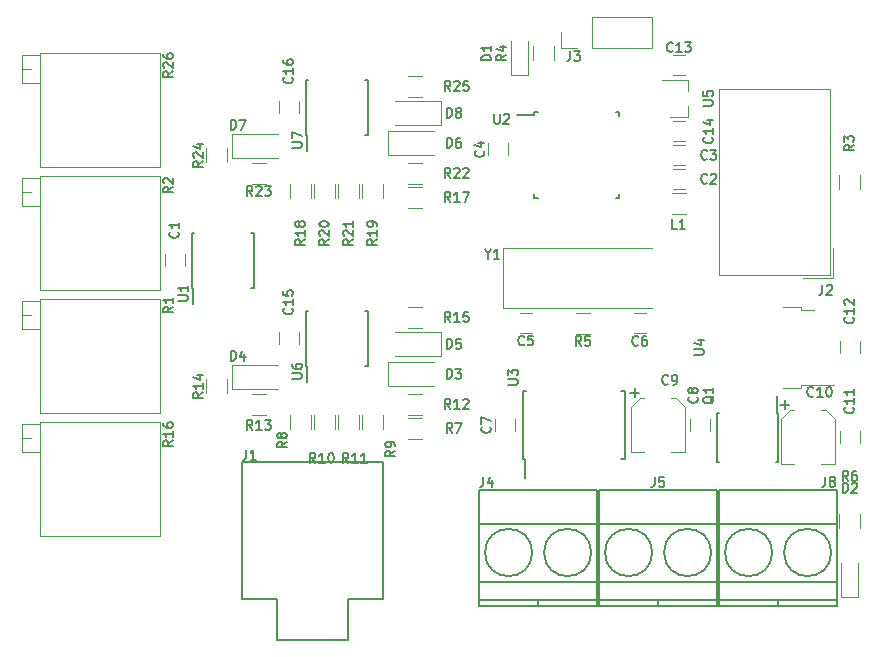
<source format=gto>
G04 #@! TF.FileFunction,Legend,Top*
%FSLAX46Y46*%
G04 Gerber Fmt 4.6, Leading zero omitted, Abs format (unit mm)*
G04 Created by KiCad (PCBNEW 4.0.7-e2-6376~61~ubuntu18.04.1) date Sun Nov  3 15:20:16 2019*
%MOMM*%
%LPD*%
G01*
G04 APERTURE LIST*
%ADD10C,0.100000*%
%ADD11C,0.150000*%
%ADD12C,0.120000*%
%ADD13C,0.152400*%
%ADD14C,0.142240*%
G04 APERTURE END LIST*
D10*
D11*
X17114000Y-49770000D02*
X20114000Y-49770000D01*
X26114000Y-53270000D02*
X26114000Y-49770000D01*
X20114000Y-53270000D02*
X20114000Y-49770000D01*
X20114000Y-53270000D02*
X26114000Y-53270000D01*
X29114000Y-49770000D02*
X29114000Y-38170000D01*
X17114000Y-38170000D02*
X29114000Y-38170000D01*
X17114000Y-49770000D02*
X17114000Y-38170000D01*
X26114000Y-49770000D02*
X29114000Y-49770000D01*
D12*
X5000Y-34799000D02*
X10155000Y-34799000D01*
X5000Y-44449000D02*
X10155000Y-44449000D01*
X5000Y-34799000D02*
X5000Y-44449000D01*
X10155000Y-34799000D02*
X10155000Y-44449000D01*
X-1515000Y-34975000D02*
X4000Y-34975000D01*
X-1515000Y-37284000D02*
X4000Y-37284000D01*
X-1515000Y-34975000D02*
X-1515000Y-37284000D01*
X4000Y-34975000D02*
X4000Y-37284000D01*
X-1515000Y-36129000D02*
X-755000Y-36129000D01*
X5000Y-24385000D02*
X10155000Y-24385000D01*
X5000Y-34035000D02*
X10155000Y-34035000D01*
X5000Y-24385000D02*
X5000Y-34035000D01*
X10155000Y-24385000D02*
X10155000Y-34035000D01*
X-1515000Y-24561000D02*
X4000Y-24561000D01*
X-1515000Y-26870000D02*
X4000Y-26870000D01*
X-1515000Y-24561000D02*
X-1515000Y-26870000D01*
X4000Y-24561000D02*
X4000Y-26870000D01*
X-1515000Y-25715000D02*
X-755000Y-25715000D01*
X5000Y-13971000D02*
X10155000Y-13971000D01*
X5000Y-23621000D02*
X10155000Y-23621000D01*
X5000Y-13971000D02*
X5000Y-23621000D01*
X10155000Y-13971000D02*
X10155000Y-23621000D01*
X-1515000Y-14147000D02*
X4000Y-14147000D01*
X-1515000Y-16456000D02*
X4000Y-16456000D01*
X-1515000Y-14147000D02*
X-1515000Y-16456000D01*
X4000Y-14147000D02*
X4000Y-16456000D01*
X-1515000Y-15301000D02*
X-755000Y-15301000D01*
X5000Y-3557000D02*
X10155000Y-3557000D01*
X5000Y-13207000D02*
X10155000Y-13207000D01*
X5000Y-3557000D02*
X5000Y-13207000D01*
X10155000Y-3557000D02*
X10155000Y-13207000D01*
X-1515000Y-3733000D02*
X4000Y-3733000D01*
X-1515000Y-6042000D02*
X4000Y-6042000D01*
X-1515000Y-3733000D02*
X-1515000Y-6042000D01*
X4000Y-3733000D02*
X4000Y-6042000D01*
X-1515000Y-4887000D02*
X-755000Y-4887000D01*
D11*
X42204000Y-49820000D02*
X42204000Y-50320000D01*
X37204000Y-48320000D02*
X47204000Y-48320000D01*
X37204000Y-43420000D02*
X47204000Y-43420000D01*
X37204000Y-49820000D02*
X47204000Y-49820000D01*
X37204000Y-50320000D02*
X47204000Y-50320000D01*
X47204000Y-50320000D02*
X47204000Y-40520000D01*
X47204000Y-40520000D02*
X37204000Y-40520000D01*
X37204000Y-40520000D02*
X37204000Y-50320000D01*
X46704000Y-45820000D02*
G75*
G03X46704000Y-45820000I-2000000J0D01*
G01*
X41704000Y-45820000D02*
G75*
G03X41704000Y-45820000I-2000000J0D01*
G01*
X52364000Y-49820000D02*
X52364000Y-50320000D01*
X47364000Y-48320000D02*
X57364000Y-48320000D01*
X47364000Y-43420000D02*
X57364000Y-43420000D01*
X47364000Y-49820000D02*
X57364000Y-49820000D01*
X47364000Y-50320000D02*
X57364000Y-50320000D01*
X57364000Y-50320000D02*
X57364000Y-40520000D01*
X57364000Y-40520000D02*
X47364000Y-40520000D01*
X47364000Y-40520000D02*
X47364000Y-50320000D01*
X56864000Y-45820000D02*
G75*
G03X56864000Y-45820000I-2000000J0D01*
G01*
X51864000Y-45820000D02*
G75*
G03X51864000Y-45820000I-2000000J0D01*
G01*
X62524000Y-49820000D02*
X62524000Y-50320000D01*
X57524000Y-48320000D02*
X67524000Y-48320000D01*
X57524000Y-43420000D02*
X67524000Y-43420000D01*
X57524000Y-49820000D02*
X67524000Y-49820000D01*
X57524000Y-50320000D02*
X67524000Y-50320000D01*
X67524000Y-50320000D02*
X67524000Y-40520000D01*
X67524000Y-40520000D02*
X57524000Y-40520000D01*
X57524000Y-40520000D02*
X57524000Y-50320000D01*
X67024000Y-45820000D02*
G75*
G03X67024000Y-45820000I-2000000J0D01*
G01*
X62024000Y-45820000D02*
G75*
G03X62024000Y-45820000I-2000000J0D01*
G01*
D12*
X57555000Y-22368000D02*
X57555000Y-6588000D01*
X57555000Y-6588000D02*
X66905000Y-6588000D01*
X66905000Y-6588000D02*
X66905000Y-22368000D01*
X66905000Y-22368000D02*
X57555000Y-22368000D01*
X67155000Y-22618000D02*
X67155000Y-20078000D01*
X67155000Y-22618000D02*
X64615000Y-22618000D01*
D11*
X40887000Y-37927000D02*
X41112000Y-37927000D01*
X40887000Y-32177000D02*
X41187000Y-32177000D01*
X49537000Y-32177000D02*
X49237000Y-32177000D01*
X49537000Y-37927000D02*
X49237000Y-37927000D01*
X40887000Y-37927000D02*
X40887000Y-32177000D01*
X49537000Y-37927000D02*
X49537000Y-32177000D01*
X41112000Y-37927000D02*
X41112000Y-39527000D01*
D12*
X62946000Y-31898000D02*
X64446000Y-31898000D01*
X64446000Y-31898000D02*
X64446000Y-31628000D01*
X64446000Y-31628000D02*
X67276000Y-31628000D01*
X62946000Y-24998000D02*
X64446000Y-24998000D01*
X64446000Y-24998000D02*
X64446000Y-25268000D01*
X64446000Y-25268000D02*
X65546000Y-25268000D01*
X16292000Y-10430000D02*
X16292000Y-12430000D01*
X16292000Y-12430000D02*
X20192000Y-12430000D01*
X16292000Y-10430000D02*
X20192000Y-10430000D01*
X19142000Y-14596000D02*
X17942000Y-14596000D01*
X17942000Y-12836000D02*
X19142000Y-12836000D01*
D11*
X41841000Y-8567000D02*
X41841000Y-8792000D01*
X49091000Y-8567000D02*
X49091000Y-8892000D01*
X49091000Y-15817000D02*
X49091000Y-15492000D01*
X41841000Y-15817000D02*
X41841000Y-15492000D01*
X41841000Y-8567000D02*
X42166000Y-8567000D01*
X41841000Y-15817000D02*
X42166000Y-15817000D01*
X49091000Y-15817000D02*
X48766000Y-15817000D01*
X49091000Y-8567000D02*
X48766000Y-8567000D01*
X41841000Y-8792000D02*
X40416000Y-8792000D01*
D12*
X54862000Y-8946000D02*
X54862000Y-8016000D01*
X54862000Y-5786000D02*
X54862000Y-6716000D01*
X54862000Y-5786000D02*
X52702000Y-5786000D01*
X54862000Y-8946000D02*
X53402000Y-8946000D01*
X54602000Y-13374000D02*
X53602000Y-13374000D01*
X53602000Y-15074000D02*
X54602000Y-15074000D01*
X54602000Y-11342000D02*
X53602000Y-11342000D01*
X53602000Y-13042000D02*
X54602000Y-13042000D01*
X37946000Y-11184000D02*
X37946000Y-12184000D01*
X39646000Y-12184000D02*
X39646000Y-11184000D01*
X40648000Y-27266000D02*
X41648000Y-27266000D01*
X41648000Y-25566000D02*
X40648000Y-25566000D01*
X51300000Y-25566000D02*
X50300000Y-25566000D01*
X50300000Y-27266000D02*
X51300000Y-27266000D01*
X69430000Y-36568000D02*
X69430000Y-35568000D01*
X67730000Y-35568000D02*
X67730000Y-36568000D01*
X69430000Y-28948000D02*
X69430000Y-27948000D01*
X67730000Y-27948000D02*
X67730000Y-28948000D01*
X54618000Y-3722000D02*
X53618000Y-3722000D01*
X53618000Y-5422000D02*
X54618000Y-5422000D01*
X54602000Y-9310000D02*
X53602000Y-9310000D01*
X53602000Y-11010000D02*
X54602000Y-11010000D01*
X20232000Y-27186000D02*
X20232000Y-28186000D01*
X21932000Y-28186000D02*
X21932000Y-27186000D01*
X20232000Y-7628000D02*
X20232000Y-8628000D01*
X21932000Y-8628000D02*
X21932000Y-7628000D01*
X39940000Y-5356000D02*
X41340000Y-5356000D01*
X41340000Y-5356000D02*
X41340000Y-2556000D01*
X39940000Y-5356000D02*
X39940000Y-2556000D01*
X67880000Y-49552000D02*
X69280000Y-49552000D01*
X69280000Y-49552000D02*
X69280000Y-46752000D01*
X67880000Y-49552000D02*
X67880000Y-46752000D01*
X29500000Y-29734000D02*
X29500000Y-31734000D01*
X29500000Y-31734000D02*
X33400000Y-31734000D01*
X29500000Y-29734000D02*
X33400000Y-29734000D01*
X16292000Y-29988000D02*
X16292000Y-31988000D01*
X16292000Y-31988000D02*
X20192000Y-31988000D01*
X16292000Y-29988000D02*
X20192000Y-29988000D01*
X34000000Y-29194000D02*
X34000000Y-27194000D01*
X34000000Y-27194000D02*
X30100000Y-27194000D01*
X34000000Y-29194000D02*
X30100000Y-29194000D01*
X29500000Y-10176000D02*
X29500000Y-12176000D01*
X29500000Y-12176000D02*
X33400000Y-12176000D01*
X29500000Y-10176000D02*
X33400000Y-10176000D01*
X34000000Y-9636000D02*
X34000000Y-7636000D01*
X34000000Y-7636000D02*
X30100000Y-7636000D01*
X34000000Y-9636000D02*
X30100000Y-9636000D01*
X54702000Y-17136000D02*
X53502000Y-17136000D01*
X53502000Y-15376000D02*
X54702000Y-15376000D01*
X69460000Y-13878000D02*
X69460000Y-15078000D01*
X67700000Y-15078000D02*
X67700000Y-13878000D01*
X41792000Y-4156000D02*
X41792000Y-2956000D01*
X43552000Y-2956000D02*
X43552000Y-4156000D01*
X46574000Y-27296000D02*
X45374000Y-27296000D01*
X45374000Y-25536000D02*
X46574000Y-25536000D01*
X67700000Y-43780000D02*
X67700000Y-42580000D01*
X69460000Y-42580000D02*
X69460000Y-43780000D01*
X32350000Y-36186000D02*
X31150000Y-36186000D01*
X31150000Y-34426000D02*
X32350000Y-34426000D01*
X21218000Y-35398000D02*
X21218000Y-34198000D01*
X22978000Y-34198000D02*
X22978000Y-35398000D01*
X27314000Y-35398000D02*
X27314000Y-34198000D01*
X29074000Y-34198000D02*
X29074000Y-35398000D01*
X23250000Y-35398000D02*
X23250000Y-34198000D01*
X25010000Y-34198000D02*
X25010000Y-35398000D01*
X25282000Y-35398000D02*
X25282000Y-34198000D01*
X27042000Y-34198000D02*
X27042000Y-35398000D01*
X31150000Y-32394000D02*
X32350000Y-32394000D01*
X32350000Y-34154000D02*
X31150000Y-34154000D01*
X19142000Y-34154000D02*
X17942000Y-34154000D01*
X17942000Y-32394000D02*
X19142000Y-32394000D01*
X14106000Y-32350000D02*
X14106000Y-31150000D01*
X15866000Y-31150000D02*
X15866000Y-32350000D01*
X31150000Y-25028000D02*
X32350000Y-25028000D01*
X32350000Y-26788000D02*
X31150000Y-26788000D01*
X32350000Y-16628000D02*
X31150000Y-16628000D01*
X31150000Y-14868000D02*
X32350000Y-14868000D01*
X21218000Y-15840000D02*
X21218000Y-14640000D01*
X22978000Y-14640000D02*
X22978000Y-15840000D01*
X27314000Y-15840000D02*
X27314000Y-14640000D01*
X29074000Y-14640000D02*
X29074000Y-15840000D01*
X23250000Y-15840000D02*
X23250000Y-14640000D01*
X25010000Y-14640000D02*
X25010000Y-15840000D01*
X25282000Y-15840000D02*
X25282000Y-14640000D01*
X27042000Y-14640000D02*
X27042000Y-15840000D01*
X31150000Y-12836000D02*
X32350000Y-12836000D01*
X32350000Y-14596000D02*
X31150000Y-14596000D01*
X14106000Y-12792000D02*
X14106000Y-11592000D01*
X15866000Y-11592000D02*
X15866000Y-12792000D01*
X31150000Y-5470000D02*
X32350000Y-5470000D01*
X32350000Y-7230000D02*
X31150000Y-7230000D01*
D11*
X12869000Y-23407000D02*
X12994000Y-23407000D01*
X12869000Y-18757000D02*
X13094000Y-18757000D01*
X18119000Y-18757000D02*
X17894000Y-18757000D01*
X18119000Y-23407000D02*
X17894000Y-23407000D01*
X12869000Y-23407000D02*
X12869000Y-18757000D01*
X18119000Y-23407000D02*
X18119000Y-18757000D01*
X12994000Y-23407000D02*
X12994000Y-24757000D01*
X22521000Y-30011000D02*
X22646000Y-30011000D01*
X22521000Y-25361000D02*
X22746000Y-25361000D01*
X27771000Y-25361000D02*
X27546000Y-25361000D01*
X27771000Y-30011000D02*
X27546000Y-30011000D01*
X22521000Y-30011000D02*
X22521000Y-25361000D01*
X27771000Y-30011000D02*
X27771000Y-25361000D01*
X22646000Y-30011000D02*
X22646000Y-31361000D01*
X22521000Y-10453000D02*
X22646000Y-10453000D01*
X22521000Y-5803000D02*
X22746000Y-5803000D01*
X27771000Y-5803000D02*
X27546000Y-5803000D01*
X27771000Y-10453000D02*
X27546000Y-10453000D01*
X22521000Y-10453000D02*
X22521000Y-5803000D01*
X27771000Y-10453000D02*
X27771000Y-5803000D01*
X22646000Y-10453000D02*
X22646000Y-11803000D01*
D12*
X51874000Y-20056000D02*
X39274000Y-20056000D01*
X39274000Y-20056000D02*
X39274000Y-25156000D01*
X39274000Y-25156000D02*
X51874000Y-25156000D01*
X10580000Y-20582000D02*
X10580000Y-21582000D01*
X12280000Y-21582000D02*
X12280000Y-20582000D01*
X40220000Y-35552000D02*
X40220000Y-34552000D01*
X38520000Y-34552000D02*
X38520000Y-35552000D01*
X56730000Y-35552000D02*
X56730000Y-34552000D01*
X55030000Y-34552000D02*
X55030000Y-35552000D01*
X53844000Y-32762000D02*
X53444000Y-32762000D01*
X54614000Y-37342000D02*
X53444000Y-37342000D01*
X50034000Y-37342000D02*
X51204000Y-37342000D01*
X50804000Y-32762000D02*
X51204000Y-32762000D01*
X50034000Y-33532000D02*
X50034000Y-37342000D01*
X50034000Y-33532000D02*
X50804000Y-32762000D01*
X54614000Y-33532000D02*
X54614000Y-37342000D01*
X54614000Y-33532000D02*
X53844000Y-32762000D01*
D11*
X62519000Y-33993000D02*
X62469000Y-33993000D01*
X62519000Y-38143000D02*
X62374000Y-38143000D01*
X57369000Y-38143000D02*
X57514000Y-38143000D01*
X57369000Y-33993000D02*
X57514000Y-33993000D01*
X62519000Y-33993000D02*
X62519000Y-38143000D01*
X57369000Y-33993000D02*
X57369000Y-38143000D01*
X62469000Y-33993000D02*
X62469000Y-32593000D01*
D12*
X66544000Y-33778000D02*
X66144000Y-33778000D01*
X67314000Y-38358000D02*
X66144000Y-38358000D01*
X62734000Y-38358000D02*
X63904000Y-38358000D01*
X63504000Y-33778000D02*
X63904000Y-33778000D01*
X62734000Y-34548000D02*
X62734000Y-38358000D01*
X62734000Y-34548000D02*
X63504000Y-33778000D01*
X67314000Y-34548000D02*
X67314000Y-38358000D01*
X67314000Y-34548000D02*
X66544000Y-33778000D01*
X51876000Y-3108000D02*
X51876000Y-448000D01*
X46736000Y-3108000D02*
X51876000Y-3108000D01*
X46736000Y-448000D02*
X51876000Y-448000D01*
X46736000Y-3108000D02*
X46736000Y-448000D01*
X45466000Y-3108000D02*
X44136000Y-3108000D01*
X44136000Y-3108000D02*
X44136000Y-1778000D01*
D13*
X17509067Y-37146895D02*
X17509067Y-37727467D01*
X17470363Y-37843581D01*
X17392953Y-37920990D01*
X17276839Y-37959695D01*
X17199429Y-37959695D01*
X18321867Y-37959695D02*
X17857410Y-37959695D01*
X18089639Y-37959695D02*
X18089639Y-37146895D01*
X18012229Y-37263010D01*
X17934820Y-37340419D01*
X17857410Y-37379124D01*
X11289695Y-36336514D02*
X10902648Y-36607447D01*
X11289695Y-36800971D02*
X10476895Y-36800971D01*
X10476895Y-36491333D01*
X10515600Y-36413924D01*
X10554305Y-36375219D01*
X10631714Y-36336514D01*
X10747829Y-36336514D01*
X10825238Y-36375219D01*
X10863943Y-36413924D01*
X10902648Y-36491333D01*
X10902648Y-36800971D01*
X11289695Y-35562419D02*
X11289695Y-36026876D01*
X11289695Y-35794647D02*
X10476895Y-35794647D01*
X10593010Y-35872057D01*
X10670419Y-35949466D01*
X10709124Y-36026876D01*
X10476895Y-34865733D02*
X10476895Y-35020552D01*
X10515600Y-35097962D01*
X10554305Y-35136667D01*
X10670419Y-35214076D01*
X10825238Y-35252781D01*
X11134876Y-35252781D01*
X11212286Y-35214076D01*
X11250990Y-35175371D01*
X11289695Y-35097962D01*
X11289695Y-34943143D01*
X11250990Y-34865733D01*
X11212286Y-34827029D01*
X11134876Y-34788324D01*
X10941352Y-34788324D01*
X10863943Y-34827029D01*
X10825238Y-34865733D01*
X10786533Y-34943143D01*
X10786533Y-35097962D01*
X10825238Y-35175371D01*
X10863943Y-35214076D01*
X10941352Y-35252781D01*
X11289695Y-25027466D02*
X10902648Y-25298399D01*
X11289695Y-25491923D02*
X10476895Y-25491923D01*
X10476895Y-25182285D01*
X10515600Y-25104876D01*
X10554305Y-25066171D01*
X10631714Y-25027466D01*
X10747829Y-25027466D01*
X10825238Y-25066171D01*
X10863943Y-25104876D01*
X10902648Y-25182285D01*
X10902648Y-25491923D01*
X11289695Y-24253371D02*
X11289695Y-24717828D01*
X11289695Y-24485599D02*
X10476895Y-24485599D01*
X10593010Y-24563009D01*
X10670419Y-24640418D01*
X10709124Y-24717828D01*
X11289695Y-14867466D02*
X10902648Y-15138399D01*
X11289695Y-15331923D02*
X10476895Y-15331923D01*
X10476895Y-15022285D01*
X10515600Y-14944876D01*
X10554305Y-14906171D01*
X10631714Y-14867466D01*
X10747829Y-14867466D01*
X10825238Y-14906171D01*
X10863943Y-14944876D01*
X10902648Y-15022285D01*
X10902648Y-15331923D01*
X10554305Y-14557828D02*
X10515600Y-14519123D01*
X10476895Y-14441714D01*
X10476895Y-14248190D01*
X10515600Y-14170780D01*
X10554305Y-14132076D01*
X10631714Y-14093371D01*
X10709124Y-14093371D01*
X10825238Y-14132076D01*
X11289695Y-14596533D01*
X11289695Y-14093371D01*
X11289695Y-5094514D02*
X10902648Y-5365447D01*
X11289695Y-5558971D02*
X10476895Y-5558971D01*
X10476895Y-5249333D01*
X10515600Y-5171924D01*
X10554305Y-5133219D01*
X10631714Y-5094514D01*
X10747829Y-5094514D01*
X10825238Y-5133219D01*
X10863943Y-5171924D01*
X10902648Y-5249333D01*
X10902648Y-5558971D01*
X10554305Y-4784876D02*
X10515600Y-4746171D01*
X10476895Y-4668762D01*
X10476895Y-4475238D01*
X10515600Y-4397828D01*
X10554305Y-4359124D01*
X10631714Y-4320419D01*
X10709124Y-4320419D01*
X10825238Y-4359124D01*
X11289695Y-4823581D01*
X11289695Y-4320419D01*
X10476895Y-3623733D02*
X10476895Y-3778552D01*
X10515600Y-3855962D01*
X10554305Y-3894667D01*
X10670419Y-3972076D01*
X10825238Y-4010781D01*
X11134876Y-4010781D01*
X11212286Y-3972076D01*
X11250990Y-3933371D01*
X11289695Y-3855962D01*
X11289695Y-3701143D01*
X11250990Y-3623733D01*
X11212286Y-3585029D01*
X11134876Y-3546324D01*
X10941352Y-3546324D01*
X10863943Y-3585029D01*
X10825238Y-3623733D01*
X10786533Y-3701143D01*
X10786533Y-3855962D01*
X10825238Y-3933371D01*
X10863943Y-3972076D01*
X10941352Y-4010781D01*
X37575067Y-39432895D02*
X37575067Y-40013467D01*
X37536363Y-40129581D01*
X37458953Y-40206990D01*
X37342839Y-40245695D01*
X37265429Y-40245695D01*
X38310458Y-39703829D02*
X38310458Y-40245695D01*
X38116934Y-39394190D02*
X37923410Y-39974762D01*
X38426572Y-39974762D01*
X52093067Y-39432895D02*
X52093067Y-40013467D01*
X52054363Y-40129581D01*
X51976953Y-40206990D01*
X51860839Y-40245695D01*
X51783429Y-40245695D01*
X52867162Y-39432895D02*
X52480115Y-39432895D01*
X52441410Y-39819943D01*
X52480115Y-39781238D01*
X52557524Y-39742533D01*
X52751048Y-39742533D01*
X52828458Y-39781238D01*
X52867162Y-39819943D01*
X52905867Y-39897352D01*
X52905867Y-40090876D01*
X52867162Y-40168286D01*
X52828458Y-40206990D01*
X52751048Y-40245695D01*
X52557524Y-40245695D01*
X52480115Y-40206990D01*
X52441410Y-40168286D01*
X66531067Y-39432895D02*
X66531067Y-40013467D01*
X66492363Y-40129581D01*
X66414953Y-40206990D01*
X66298839Y-40245695D01*
X66221429Y-40245695D01*
X67034229Y-39781238D02*
X66956820Y-39742533D01*
X66918115Y-39703829D01*
X66879410Y-39626419D01*
X66879410Y-39587714D01*
X66918115Y-39510305D01*
X66956820Y-39471600D01*
X67034229Y-39432895D01*
X67189048Y-39432895D01*
X67266458Y-39471600D01*
X67305162Y-39510305D01*
X67343867Y-39587714D01*
X67343867Y-39626419D01*
X67305162Y-39703829D01*
X67266458Y-39742533D01*
X67189048Y-39781238D01*
X67034229Y-39781238D01*
X66956820Y-39819943D01*
X66918115Y-39858648D01*
X66879410Y-39936057D01*
X66879410Y-40090876D01*
X66918115Y-40168286D01*
X66956820Y-40206990D01*
X67034229Y-40245695D01*
X67189048Y-40245695D01*
X67266458Y-40206990D01*
X67305162Y-40168286D01*
X67343867Y-40090876D01*
X67343867Y-39936057D01*
X67305162Y-39858648D01*
X67266458Y-39819943D01*
X67189048Y-39781238D01*
X66277067Y-23176895D02*
X66277067Y-23757467D01*
X66238363Y-23873581D01*
X66160953Y-23950990D01*
X66044839Y-23989695D01*
X65967429Y-23989695D01*
X66625410Y-23254305D02*
X66664115Y-23215600D01*
X66741524Y-23176895D01*
X66935048Y-23176895D01*
X67012458Y-23215600D01*
X67051162Y-23254305D01*
X67089867Y-23331714D01*
X67089867Y-23409124D01*
X67051162Y-23525238D01*
X66586705Y-23989695D01*
X67089867Y-23989695D01*
X39686895Y-31607276D02*
X40344876Y-31607276D01*
X40422286Y-31568571D01*
X40460990Y-31529867D01*
X40499695Y-31452457D01*
X40499695Y-31297638D01*
X40460990Y-31220229D01*
X40422286Y-31181524D01*
X40344876Y-31142819D01*
X39686895Y-31142819D01*
X39686895Y-30833181D02*
X39686895Y-30330019D01*
X39996533Y-30600952D01*
X39996533Y-30484838D01*
X40035238Y-30407428D01*
X40073943Y-30368724D01*
X40151352Y-30330019D01*
X40344876Y-30330019D01*
X40422286Y-30368724D01*
X40460990Y-30407428D01*
X40499695Y-30484838D01*
X40499695Y-30717066D01*
X40460990Y-30794476D01*
X40422286Y-30833181D01*
X55434895Y-29067276D02*
X56092876Y-29067276D01*
X56170286Y-29028571D01*
X56208990Y-28989867D01*
X56247695Y-28912457D01*
X56247695Y-28757638D01*
X56208990Y-28680229D01*
X56170286Y-28641524D01*
X56092876Y-28602819D01*
X55434895Y-28602819D01*
X55705829Y-27867428D02*
X56247695Y-27867428D01*
X55396190Y-28060952D02*
X55976762Y-28254476D01*
X55976762Y-27751314D01*
X16164077Y-10019695D02*
X16164077Y-9206895D01*
X16357601Y-9206895D01*
X16473715Y-9245600D01*
X16551124Y-9323010D01*
X16589829Y-9400419D01*
X16628534Y-9555238D01*
X16628534Y-9671352D01*
X16589829Y-9826171D01*
X16551124Y-9903581D01*
X16473715Y-9980990D01*
X16357601Y-10019695D01*
X16164077Y-10019695D01*
X16899467Y-9206895D02*
X17441334Y-9206895D01*
X17092991Y-10019695D01*
X18019486Y-15607695D02*
X17748553Y-15220648D01*
X17555029Y-15607695D02*
X17555029Y-14794895D01*
X17864667Y-14794895D01*
X17942076Y-14833600D01*
X17980781Y-14872305D01*
X18019486Y-14949714D01*
X18019486Y-15065829D01*
X17980781Y-15143238D01*
X17942076Y-15181943D01*
X17864667Y-15220648D01*
X17555029Y-15220648D01*
X18329124Y-14872305D02*
X18367829Y-14833600D01*
X18445238Y-14794895D01*
X18638762Y-14794895D01*
X18716172Y-14833600D01*
X18754876Y-14872305D01*
X18793581Y-14949714D01*
X18793581Y-15027124D01*
X18754876Y-15143238D01*
X18290419Y-15607695D01*
X18793581Y-15607695D01*
X19064514Y-14794895D02*
X19567676Y-14794895D01*
X19296743Y-15104533D01*
X19412857Y-15104533D01*
X19490267Y-15143238D01*
X19528971Y-15181943D01*
X19567676Y-15259352D01*
X19567676Y-15452876D01*
X19528971Y-15530286D01*
X19490267Y-15568990D01*
X19412857Y-15607695D01*
X19180629Y-15607695D01*
X19103219Y-15568990D01*
X19064514Y-15530286D01*
X38496724Y-8698895D02*
X38496724Y-9356876D01*
X38535429Y-9434286D01*
X38574133Y-9472990D01*
X38651543Y-9511695D01*
X38806362Y-9511695D01*
X38883771Y-9472990D01*
X38922476Y-9434286D01*
X38961181Y-9356876D01*
X38961181Y-8698895D01*
X39309524Y-8776305D02*
X39348229Y-8737600D01*
X39425638Y-8698895D01*
X39619162Y-8698895D01*
X39696572Y-8737600D01*
X39735276Y-8776305D01*
X39773981Y-8853714D01*
X39773981Y-8931124D01*
X39735276Y-9047238D01*
X39270819Y-9511695D01*
X39773981Y-9511695D01*
X56196895Y-7985276D02*
X56854876Y-7985276D01*
X56932286Y-7946571D01*
X56970990Y-7907867D01*
X57009695Y-7830457D01*
X57009695Y-7675638D01*
X56970990Y-7598229D01*
X56932286Y-7559524D01*
X56854876Y-7520819D01*
X56196895Y-7520819D01*
X56196895Y-6746724D02*
X56196895Y-7133771D01*
X56583943Y-7172476D01*
X56545238Y-7133771D01*
X56506533Y-7056362D01*
X56506533Y-6862838D01*
X56545238Y-6785428D01*
X56583943Y-6746724D01*
X56661352Y-6708019D01*
X56854876Y-6708019D01*
X56932286Y-6746724D01*
X56970990Y-6785428D01*
X57009695Y-6862838D01*
X57009695Y-7056362D01*
X56970990Y-7133771D01*
X56932286Y-7172476D01*
X56506534Y-14514286D02*
X56467829Y-14552990D01*
X56351715Y-14591695D01*
X56274305Y-14591695D01*
X56158191Y-14552990D01*
X56080782Y-14475581D01*
X56042077Y-14398171D01*
X56003372Y-14243352D01*
X56003372Y-14127238D01*
X56042077Y-13972419D01*
X56080782Y-13895010D01*
X56158191Y-13817600D01*
X56274305Y-13778895D01*
X56351715Y-13778895D01*
X56467829Y-13817600D01*
X56506534Y-13856305D01*
X56816172Y-13856305D02*
X56854877Y-13817600D01*
X56932286Y-13778895D01*
X57125810Y-13778895D01*
X57203220Y-13817600D01*
X57241924Y-13856305D01*
X57280629Y-13933714D01*
X57280629Y-14011124D01*
X57241924Y-14127238D01*
X56777467Y-14591695D01*
X57280629Y-14591695D01*
X56506534Y-12482286D02*
X56467829Y-12520990D01*
X56351715Y-12559695D01*
X56274305Y-12559695D01*
X56158191Y-12520990D01*
X56080782Y-12443581D01*
X56042077Y-12366171D01*
X56003372Y-12211352D01*
X56003372Y-12095238D01*
X56042077Y-11940419D01*
X56080782Y-11863010D01*
X56158191Y-11785600D01*
X56274305Y-11746895D01*
X56351715Y-11746895D01*
X56467829Y-11785600D01*
X56506534Y-11824305D01*
X56777467Y-11746895D02*
X57280629Y-11746895D01*
X57009696Y-12056533D01*
X57125810Y-12056533D01*
X57203220Y-12095238D01*
X57241924Y-12133943D01*
X57280629Y-12211352D01*
X57280629Y-12404876D01*
X57241924Y-12482286D01*
X57203220Y-12520990D01*
X57125810Y-12559695D01*
X56893582Y-12559695D01*
X56816172Y-12520990D01*
X56777467Y-12482286D01*
X37586286Y-11819466D02*
X37624990Y-11858171D01*
X37663695Y-11974285D01*
X37663695Y-12051695D01*
X37624990Y-12167809D01*
X37547581Y-12245218D01*
X37470171Y-12283923D01*
X37315352Y-12322628D01*
X37199238Y-12322628D01*
X37044419Y-12283923D01*
X36967010Y-12245218D01*
X36889600Y-12167809D01*
X36850895Y-12051695D01*
X36850895Y-11974285D01*
X36889600Y-11858171D01*
X36928305Y-11819466D01*
X37121829Y-11122780D02*
X37663695Y-11122780D01*
X36812190Y-11316304D02*
X37392762Y-11509828D01*
X37392762Y-11006666D01*
X41012534Y-28206286D02*
X40973829Y-28244990D01*
X40857715Y-28283695D01*
X40780305Y-28283695D01*
X40664191Y-28244990D01*
X40586782Y-28167581D01*
X40548077Y-28090171D01*
X40509372Y-27935352D01*
X40509372Y-27819238D01*
X40548077Y-27664419D01*
X40586782Y-27587010D01*
X40664191Y-27509600D01*
X40780305Y-27470895D01*
X40857715Y-27470895D01*
X40973829Y-27509600D01*
X41012534Y-27548305D01*
X41747924Y-27470895D02*
X41360877Y-27470895D01*
X41322172Y-27857943D01*
X41360877Y-27819238D01*
X41438286Y-27780533D01*
X41631810Y-27780533D01*
X41709220Y-27819238D01*
X41747924Y-27857943D01*
X41786629Y-27935352D01*
X41786629Y-28128876D01*
X41747924Y-28206286D01*
X41709220Y-28244990D01*
X41631810Y-28283695D01*
X41438286Y-28283695D01*
X41360877Y-28244990D01*
X41322172Y-28206286D01*
X50664534Y-28230286D02*
X50625829Y-28268990D01*
X50509715Y-28307695D01*
X50432305Y-28307695D01*
X50316191Y-28268990D01*
X50238782Y-28191581D01*
X50200077Y-28114171D01*
X50161372Y-27959352D01*
X50161372Y-27843238D01*
X50200077Y-27688419D01*
X50238782Y-27611010D01*
X50316191Y-27533600D01*
X50432305Y-27494895D01*
X50509715Y-27494895D01*
X50625829Y-27533600D01*
X50664534Y-27572305D01*
X51361220Y-27494895D02*
X51206401Y-27494895D01*
X51128991Y-27533600D01*
X51090286Y-27572305D01*
X51012877Y-27688419D01*
X50974172Y-27843238D01*
X50974172Y-28152876D01*
X51012877Y-28230286D01*
X51051582Y-28268990D01*
X51128991Y-28307695D01*
X51283810Y-28307695D01*
X51361220Y-28268990D01*
X51399924Y-28230286D01*
X51438629Y-28152876D01*
X51438629Y-27959352D01*
X51399924Y-27881943D01*
X51361220Y-27843238D01*
X51283810Y-27804533D01*
X51128991Y-27804533D01*
X51051582Y-27843238D01*
X51012877Y-27881943D01*
X50974172Y-27959352D01*
X68870286Y-33542514D02*
X68908990Y-33581219D01*
X68947695Y-33697333D01*
X68947695Y-33774743D01*
X68908990Y-33890857D01*
X68831581Y-33968266D01*
X68754171Y-34006971D01*
X68599352Y-34045676D01*
X68483238Y-34045676D01*
X68328419Y-34006971D01*
X68251010Y-33968266D01*
X68173600Y-33890857D01*
X68134895Y-33774743D01*
X68134895Y-33697333D01*
X68173600Y-33581219D01*
X68212305Y-33542514D01*
X68947695Y-32768419D02*
X68947695Y-33232876D01*
X68947695Y-33000647D02*
X68134895Y-33000647D01*
X68251010Y-33078057D01*
X68328419Y-33155466D01*
X68367124Y-33232876D01*
X68947695Y-31994324D02*
X68947695Y-32458781D01*
X68947695Y-32226552D02*
X68134895Y-32226552D01*
X68251010Y-32303962D01*
X68328419Y-32381371D01*
X68367124Y-32458781D01*
X68870286Y-25922514D02*
X68908990Y-25961219D01*
X68947695Y-26077333D01*
X68947695Y-26154743D01*
X68908990Y-26270857D01*
X68831581Y-26348266D01*
X68754171Y-26386971D01*
X68599352Y-26425676D01*
X68483238Y-26425676D01*
X68328419Y-26386971D01*
X68251010Y-26348266D01*
X68173600Y-26270857D01*
X68134895Y-26154743D01*
X68134895Y-26077333D01*
X68173600Y-25961219D01*
X68212305Y-25922514D01*
X68947695Y-25148419D02*
X68947695Y-25612876D01*
X68947695Y-25380647D02*
X68134895Y-25380647D01*
X68251010Y-25458057D01*
X68328419Y-25535466D01*
X68367124Y-25612876D01*
X68212305Y-24838781D02*
X68173600Y-24800076D01*
X68134895Y-24722667D01*
X68134895Y-24529143D01*
X68173600Y-24451733D01*
X68212305Y-24413029D01*
X68289714Y-24374324D01*
X68367124Y-24374324D01*
X68483238Y-24413029D01*
X68947695Y-24877486D01*
X68947695Y-24374324D01*
X53595486Y-3362286D02*
X53556781Y-3400990D01*
X53440667Y-3439695D01*
X53363257Y-3439695D01*
X53247143Y-3400990D01*
X53169734Y-3323581D01*
X53131029Y-3246171D01*
X53092324Y-3091352D01*
X53092324Y-2975238D01*
X53131029Y-2820419D01*
X53169734Y-2743010D01*
X53247143Y-2665600D01*
X53363257Y-2626895D01*
X53440667Y-2626895D01*
X53556781Y-2665600D01*
X53595486Y-2704305D01*
X54369581Y-3439695D02*
X53905124Y-3439695D01*
X54137353Y-3439695D02*
X54137353Y-2626895D01*
X54059943Y-2743010D01*
X53982534Y-2820419D01*
X53905124Y-2859124D01*
X54640514Y-2626895D02*
X55143676Y-2626895D01*
X54872743Y-2936533D01*
X54988857Y-2936533D01*
X55066267Y-2975238D01*
X55104971Y-3013943D01*
X55143676Y-3091352D01*
X55143676Y-3284876D01*
X55104971Y-3362286D01*
X55066267Y-3400990D01*
X54988857Y-3439695D01*
X54756629Y-3439695D01*
X54679219Y-3400990D01*
X54640514Y-3362286D01*
X56932286Y-10682514D02*
X56970990Y-10721219D01*
X57009695Y-10837333D01*
X57009695Y-10914743D01*
X56970990Y-11030857D01*
X56893581Y-11108266D01*
X56816171Y-11146971D01*
X56661352Y-11185676D01*
X56545238Y-11185676D01*
X56390419Y-11146971D01*
X56313010Y-11108266D01*
X56235600Y-11030857D01*
X56196895Y-10914743D01*
X56196895Y-10837333D01*
X56235600Y-10721219D01*
X56274305Y-10682514D01*
X57009695Y-9908419D02*
X57009695Y-10372876D01*
X57009695Y-10140647D02*
X56196895Y-10140647D01*
X56313010Y-10218057D01*
X56390419Y-10295466D01*
X56429124Y-10372876D01*
X56467829Y-9211733D02*
X57009695Y-9211733D01*
X56158190Y-9405257D02*
X56738762Y-9598781D01*
X56738762Y-9095619D01*
X21372286Y-25160514D02*
X21410990Y-25199219D01*
X21449695Y-25315333D01*
X21449695Y-25392743D01*
X21410990Y-25508857D01*
X21333581Y-25586266D01*
X21256171Y-25624971D01*
X21101352Y-25663676D01*
X20985238Y-25663676D01*
X20830419Y-25624971D01*
X20753010Y-25586266D01*
X20675600Y-25508857D01*
X20636895Y-25392743D01*
X20636895Y-25315333D01*
X20675600Y-25199219D01*
X20714305Y-25160514D01*
X21449695Y-24386419D02*
X21449695Y-24850876D01*
X21449695Y-24618647D02*
X20636895Y-24618647D01*
X20753010Y-24696057D01*
X20830419Y-24773466D01*
X20869124Y-24850876D01*
X20636895Y-23651029D02*
X20636895Y-24038076D01*
X21023943Y-24076781D01*
X20985238Y-24038076D01*
X20946533Y-23960667D01*
X20946533Y-23767143D01*
X20985238Y-23689733D01*
X21023943Y-23651029D01*
X21101352Y-23612324D01*
X21294876Y-23612324D01*
X21372286Y-23651029D01*
X21410990Y-23689733D01*
X21449695Y-23767143D01*
X21449695Y-23960667D01*
X21410990Y-24038076D01*
X21372286Y-24076781D01*
X21372286Y-5602514D02*
X21410990Y-5641219D01*
X21449695Y-5757333D01*
X21449695Y-5834743D01*
X21410990Y-5950857D01*
X21333581Y-6028266D01*
X21256171Y-6066971D01*
X21101352Y-6105676D01*
X20985238Y-6105676D01*
X20830419Y-6066971D01*
X20753010Y-6028266D01*
X20675600Y-5950857D01*
X20636895Y-5834743D01*
X20636895Y-5757333D01*
X20675600Y-5641219D01*
X20714305Y-5602514D01*
X21449695Y-4828419D02*
X21449695Y-5292876D01*
X21449695Y-5060647D02*
X20636895Y-5060647D01*
X20753010Y-5138057D01*
X20830419Y-5215466D01*
X20869124Y-5292876D01*
X20636895Y-4131733D02*
X20636895Y-4286552D01*
X20675600Y-4363962D01*
X20714305Y-4402667D01*
X20830419Y-4480076D01*
X20985238Y-4518781D01*
X21294876Y-4518781D01*
X21372286Y-4480076D01*
X21410990Y-4441371D01*
X21449695Y-4363962D01*
X21449695Y-4209143D01*
X21410990Y-4131733D01*
X21372286Y-4093029D01*
X21294876Y-4054324D01*
X21101352Y-4054324D01*
X21023943Y-4093029D01*
X20985238Y-4131733D01*
X20946533Y-4209143D01*
X20946533Y-4363962D01*
X20985238Y-4441371D01*
X21023943Y-4480076D01*
X21101352Y-4518781D01*
X38213695Y-4155923D02*
X37400895Y-4155923D01*
X37400895Y-3962399D01*
X37439600Y-3846285D01*
X37517010Y-3768876D01*
X37594419Y-3730171D01*
X37749238Y-3691466D01*
X37865352Y-3691466D01*
X38020171Y-3730171D01*
X38097581Y-3768876D01*
X38174990Y-3846285D01*
X38213695Y-3962399D01*
X38213695Y-4155923D01*
X38213695Y-2917371D02*
X38213695Y-3381828D01*
X38213695Y-3149599D02*
X37400895Y-3149599D01*
X37517010Y-3227009D01*
X37594419Y-3304418D01*
X37633124Y-3381828D01*
X67980077Y-40753695D02*
X67980077Y-39940895D01*
X68173601Y-39940895D01*
X68289715Y-39979600D01*
X68367124Y-40057010D01*
X68405829Y-40134419D01*
X68444534Y-40289238D01*
X68444534Y-40405352D01*
X68405829Y-40560171D01*
X68367124Y-40637581D01*
X68289715Y-40714990D01*
X68173601Y-40753695D01*
X67980077Y-40753695D01*
X68754172Y-40018305D02*
X68792877Y-39979600D01*
X68870286Y-39940895D01*
X69063810Y-39940895D01*
X69141220Y-39979600D01*
X69179924Y-40018305D01*
X69218629Y-40095714D01*
X69218629Y-40173124D01*
X69179924Y-40289238D01*
X68715467Y-40753695D01*
X69218629Y-40753695D01*
X34452077Y-31101695D02*
X34452077Y-30288895D01*
X34645601Y-30288895D01*
X34761715Y-30327600D01*
X34839124Y-30405010D01*
X34877829Y-30482419D01*
X34916534Y-30637238D01*
X34916534Y-30753352D01*
X34877829Y-30908171D01*
X34839124Y-30985581D01*
X34761715Y-31062990D01*
X34645601Y-31101695D01*
X34452077Y-31101695D01*
X35187467Y-30288895D02*
X35690629Y-30288895D01*
X35419696Y-30598533D01*
X35535810Y-30598533D01*
X35613220Y-30637238D01*
X35651924Y-30675943D01*
X35690629Y-30753352D01*
X35690629Y-30946876D01*
X35651924Y-31024286D01*
X35613220Y-31062990D01*
X35535810Y-31101695D01*
X35303582Y-31101695D01*
X35226172Y-31062990D01*
X35187467Y-31024286D01*
X16164077Y-29577695D02*
X16164077Y-28764895D01*
X16357601Y-28764895D01*
X16473715Y-28803600D01*
X16551124Y-28881010D01*
X16589829Y-28958419D01*
X16628534Y-29113238D01*
X16628534Y-29229352D01*
X16589829Y-29384171D01*
X16551124Y-29461581D01*
X16473715Y-29538990D01*
X16357601Y-29577695D01*
X16164077Y-29577695D01*
X17325220Y-29035829D02*
X17325220Y-29577695D01*
X17131696Y-28726190D02*
X16938172Y-29306762D01*
X17441334Y-29306762D01*
X34452077Y-28561695D02*
X34452077Y-27748895D01*
X34645601Y-27748895D01*
X34761715Y-27787600D01*
X34839124Y-27865010D01*
X34877829Y-27942419D01*
X34916534Y-28097238D01*
X34916534Y-28213352D01*
X34877829Y-28368171D01*
X34839124Y-28445581D01*
X34761715Y-28522990D01*
X34645601Y-28561695D01*
X34452077Y-28561695D01*
X35651924Y-27748895D02*
X35264877Y-27748895D01*
X35226172Y-28135943D01*
X35264877Y-28097238D01*
X35342286Y-28058533D01*
X35535810Y-28058533D01*
X35613220Y-28097238D01*
X35651924Y-28135943D01*
X35690629Y-28213352D01*
X35690629Y-28406876D01*
X35651924Y-28484286D01*
X35613220Y-28522990D01*
X35535810Y-28561695D01*
X35342286Y-28561695D01*
X35264877Y-28522990D01*
X35226172Y-28484286D01*
X34452077Y-11543695D02*
X34452077Y-10730895D01*
X34645601Y-10730895D01*
X34761715Y-10769600D01*
X34839124Y-10847010D01*
X34877829Y-10924419D01*
X34916534Y-11079238D01*
X34916534Y-11195352D01*
X34877829Y-11350171D01*
X34839124Y-11427581D01*
X34761715Y-11504990D01*
X34645601Y-11543695D01*
X34452077Y-11543695D01*
X35613220Y-10730895D02*
X35458401Y-10730895D01*
X35380991Y-10769600D01*
X35342286Y-10808305D01*
X35264877Y-10924419D01*
X35226172Y-11079238D01*
X35226172Y-11388876D01*
X35264877Y-11466286D01*
X35303582Y-11504990D01*
X35380991Y-11543695D01*
X35535810Y-11543695D01*
X35613220Y-11504990D01*
X35651924Y-11466286D01*
X35690629Y-11388876D01*
X35690629Y-11195352D01*
X35651924Y-11117943D01*
X35613220Y-11079238D01*
X35535810Y-11040533D01*
X35380991Y-11040533D01*
X35303582Y-11079238D01*
X35264877Y-11117943D01*
X35226172Y-11195352D01*
X34452077Y-9003695D02*
X34452077Y-8190895D01*
X34645601Y-8190895D01*
X34761715Y-8229600D01*
X34839124Y-8307010D01*
X34877829Y-8384419D01*
X34916534Y-8539238D01*
X34916534Y-8655352D01*
X34877829Y-8810171D01*
X34839124Y-8887581D01*
X34761715Y-8964990D01*
X34645601Y-9003695D01*
X34452077Y-9003695D01*
X35380991Y-8539238D02*
X35303582Y-8500533D01*
X35264877Y-8461829D01*
X35226172Y-8384419D01*
X35226172Y-8345714D01*
X35264877Y-8268305D01*
X35303582Y-8229600D01*
X35380991Y-8190895D01*
X35535810Y-8190895D01*
X35613220Y-8229600D01*
X35651924Y-8268305D01*
X35690629Y-8345714D01*
X35690629Y-8384419D01*
X35651924Y-8461829D01*
X35613220Y-8500533D01*
X35535810Y-8539238D01*
X35380991Y-8539238D01*
X35303582Y-8577943D01*
X35264877Y-8616648D01*
X35226172Y-8694057D01*
X35226172Y-8848876D01*
X35264877Y-8926286D01*
X35303582Y-8964990D01*
X35380991Y-9003695D01*
X35535810Y-9003695D01*
X35613220Y-8964990D01*
X35651924Y-8926286D01*
X35690629Y-8848876D01*
X35690629Y-8694057D01*
X35651924Y-8616648D01*
X35613220Y-8577943D01*
X35535810Y-8539238D01*
X53966533Y-18401695D02*
X53579486Y-18401695D01*
X53579486Y-17588895D01*
X54663219Y-18401695D02*
X54198762Y-18401695D01*
X54430991Y-18401695D02*
X54430991Y-17588895D01*
X54353581Y-17705010D01*
X54276172Y-17782419D01*
X54198762Y-17821124D01*
X68947695Y-11311466D02*
X68560648Y-11582399D01*
X68947695Y-11775923D02*
X68134895Y-11775923D01*
X68134895Y-11466285D01*
X68173600Y-11388876D01*
X68212305Y-11350171D01*
X68289714Y-11311466D01*
X68405829Y-11311466D01*
X68483238Y-11350171D01*
X68521943Y-11388876D01*
X68560648Y-11466285D01*
X68560648Y-11775923D01*
X68134895Y-11040533D02*
X68134895Y-10537371D01*
X68444533Y-10808304D01*
X68444533Y-10692190D01*
X68483238Y-10614780D01*
X68521943Y-10576076D01*
X68599352Y-10537371D01*
X68792876Y-10537371D01*
X68870286Y-10576076D01*
X68908990Y-10614780D01*
X68947695Y-10692190D01*
X68947695Y-10924418D01*
X68908990Y-11001828D01*
X68870286Y-11040533D01*
X39483695Y-3691466D02*
X39096648Y-3962399D01*
X39483695Y-4155923D02*
X38670895Y-4155923D01*
X38670895Y-3846285D01*
X38709600Y-3768876D01*
X38748305Y-3730171D01*
X38825714Y-3691466D01*
X38941829Y-3691466D01*
X39019238Y-3730171D01*
X39057943Y-3768876D01*
X39096648Y-3846285D01*
X39096648Y-4155923D01*
X38941829Y-2994780D02*
X39483695Y-2994780D01*
X38632190Y-3188304D02*
X39212762Y-3381828D01*
X39212762Y-2878666D01*
X45838534Y-28307695D02*
X45567601Y-27920648D01*
X45374077Y-28307695D02*
X45374077Y-27494895D01*
X45683715Y-27494895D01*
X45761124Y-27533600D01*
X45799829Y-27572305D01*
X45838534Y-27649714D01*
X45838534Y-27765829D01*
X45799829Y-27843238D01*
X45761124Y-27881943D01*
X45683715Y-27920648D01*
X45374077Y-27920648D01*
X46573924Y-27494895D02*
X46186877Y-27494895D01*
X46148172Y-27881943D01*
X46186877Y-27843238D01*
X46264286Y-27804533D01*
X46457810Y-27804533D01*
X46535220Y-27843238D01*
X46573924Y-27881943D01*
X46612629Y-27959352D01*
X46612629Y-28152876D01*
X46573924Y-28230286D01*
X46535220Y-28268990D01*
X46457810Y-28307695D01*
X46264286Y-28307695D01*
X46186877Y-28268990D01*
X46148172Y-28230286D01*
X68444534Y-39737695D02*
X68173601Y-39350648D01*
X67980077Y-39737695D02*
X67980077Y-38924895D01*
X68289715Y-38924895D01*
X68367124Y-38963600D01*
X68405829Y-39002305D01*
X68444534Y-39079714D01*
X68444534Y-39195829D01*
X68405829Y-39273238D01*
X68367124Y-39311943D01*
X68289715Y-39350648D01*
X67980077Y-39350648D01*
X69141220Y-38924895D02*
X68986401Y-38924895D01*
X68908991Y-38963600D01*
X68870286Y-39002305D01*
X68792877Y-39118419D01*
X68754172Y-39273238D01*
X68754172Y-39582876D01*
X68792877Y-39660286D01*
X68831582Y-39698990D01*
X68908991Y-39737695D01*
X69063810Y-39737695D01*
X69141220Y-39698990D01*
X69179924Y-39660286D01*
X69218629Y-39582876D01*
X69218629Y-39389352D01*
X69179924Y-39311943D01*
X69141220Y-39273238D01*
X69063810Y-39234533D01*
X68908991Y-39234533D01*
X68831582Y-39273238D01*
X68792877Y-39311943D01*
X68754172Y-39389352D01*
X34916534Y-35673695D02*
X34645601Y-35286648D01*
X34452077Y-35673695D02*
X34452077Y-34860895D01*
X34761715Y-34860895D01*
X34839124Y-34899600D01*
X34877829Y-34938305D01*
X34916534Y-35015714D01*
X34916534Y-35131829D01*
X34877829Y-35209238D01*
X34839124Y-35247943D01*
X34761715Y-35286648D01*
X34452077Y-35286648D01*
X35187467Y-34860895D02*
X35729334Y-34860895D01*
X35380991Y-35673695D01*
X20941695Y-36457466D02*
X20554648Y-36728399D01*
X20941695Y-36921923D02*
X20128895Y-36921923D01*
X20128895Y-36612285D01*
X20167600Y-36534876D01*
X20206305Y-36496171D01*
X20283714Y-36457466D01*
X20399829Y-36457466D01*
X20477238Y-36496171D01*
X20515943Y-36534876D01*
X20554648Y-36612285D01*
X20554648Y-36921923D01*
X20477238Y-35993009D02*
X20438533Y-36070418D01*
X20399829Y-36109123D01*
X20322419Y-36147828D01*
X20283714Y-36147828D01*
X20206305Y-36109123D01*
X20167600Y-36070418D01*
X20128895Y-35993009D01*
X20128895Y-35838190D01*
X20167600Y-35760780D01*
X20206305Y-35722076D01*
X20283714Y-35683371D01*
X20322419Y-35683371D01*
X20399829Y-35722076D01*
X20438533Y-35760780D01*
X20477238Y-35838190D01*
X20477238Y-35993009D01*
X20515943Y-36070418D01*
X20554648Y-36109123D01*
X20632057Y-36147828D01*
X20786876Y-36147828D01*
X20864286Y-36109123D01*
X20902990Y-36070418D01*
X20941695Y-35993009D01*
X20941695Y-35838190D01*
X20902990Y-35760780D01*
X20864286Y-35722076D01*
X20786876Y-35683371D01*
X20632057Y-35683371D01*
X20554648Y-35722076D01*
X20515943Y-35760780D01*
X20477238Y-35838190D01*
X30085695Y-37219466D02*
X29698648Y-37490399D01*
X30085695Y-37683923D02*
X29272895Y-37683923D01*
X29272895Y-37374285D01*
X29311600Y-37296876D01*
X29350305Y-37258171D01*
X29427714Y-37219466D01*
X29543829Y-37219466D01*
X29621238Y-37258171D01*
X29659943Y-37296876D01*
X29698648Y-37374285D01*
X29698648Y-37683923D01*
X30085695Y-36832418D02*
X30085695Y-36677599D01*
X30046990Y-36600190D01*
X30008286Y-36561485D01*
X29892171Y-36484076D01*
X29737352Y-36445371D01*
X29427714Y-36445371D01*
X29350305Y-36484076D01*
X29311600Y-36522780D01*
X29272895Y-36600190D01*
X29272895Y-36755009D01*
X29311600Y-36832418D01*
X29350305Y-36871123D01*
X29427714Y-36909828D01*
X29621238Y-36909828D01*
X29698648Y-36871123D01*
X29737352Y-36832418D01*
X29776057Y-36755009D01*
X29776057Y-36600190D01*
X29737352Y-36522780D01*
X29698648Y-36484076D01*
X29621238Y-36445371D01*
X23353486Y-38213695D02*
X23082553Y-37826648D01*
X22889029Y-38213695D02*
X22889029Y-37400895D01*
X23198667Y-37400895D01*
X23276076Y-37439600D01*
X23314781Y-37478305D01*
X23353486Y-37555714D01*
X23353486Y-37671829D01*
X23314781Y-37749238D01*
X23276076Y-37787943D01*
X23198667Y-37826648D01*
X22889029Y-37826648D01*
X24127581Y-38213695D02*
X23663124Y-38213695D01*
X23895353Y-38213695D02*
X23895353Y-37400895D01*
X23817943Y-37517010D01*
X23740534Y-37594419D01*
X23663124Y-37633124D01*
X24630743Y-37400895D02*
X24708152Y-37400895D01*
X24785562Y-37439600D01*
X24824267Y-37478305D01*
X24862971Y-37555714D01*
X24901676Y-37710533D01*
X24901676Y-37904057D01*
X24862971Y-38058876D01*
X24824267Y-38136286D01*
X24785562Y-38174990D01*
X24708152Y-38213695D01*
X24630743Y-38213695D01*
X24553333Y-38174990D01*
X24514629Y-38136286D01*
X24475924Y-38058876D01*
X24437219Y-37904057D01*
X24437219Y-37710533D01*
X24475924Y-37555714D01*
X24514629Y-37478305D01*
X24553333Y-37439600D01*
X24630743Y-37400895D01*
X26147486Y-38213695D02*
X25876553Y-37826648D01*
X25683029Y-38213695D02*
X25683029Y-37400895D01*
X25992667Y-37400895D01*
X26070076Y-37439600D01*
X26108781Y-37478305D01*
X26147486Y-37555714D01*
X26147486Y-37671829D01*
X26108781Y-37749238D01*
X26070076Y-37787943D01*
X25992667Y-37826648D01*
X25683029Y-37826648D01*
X26921581Y-38213695D02*
X26457124Y-38213695D01*
X26689353Y-38213695D02*
X26689353Y-37400895D01*
X26611943Y-37517010D01*
X26534534Y-37594419D01*
X26457124Y-37633124D01*
X27695676Y-38213695D02*
X27231219Y-38213695D01*
X27463448Y-38213695D02*
X27463448Y-37400895D01*
X27386038Y-37517010D01*
X27308629Y-37594419D01*
X27231219Y-37633124D01*
X34783486Y-33641695D02*
X34512553Y-33254648D01*
X34319029Y-33641695D02*
X34319029Y-32828895D01*
X34628667Y-32828895D01*
X34706076Y-32867600D01*
X34744781Y-32906305D01*
X34783486Y-32983714D01*
X34783486Y-33099829D01*
X34744781Y-33177238D01*
X34706076Y-33215943D01*
X34628667Y-33254648D01*
X34319029Y-33254648D01*
X35557581Y-33641695D02*
X35093124Y-33641695D01*
X35325353Y-33641695D02*
X35325353Y-32828895D01*
X35247943Y-32945010D01*
X35170534Y-33022419D01*
X35093124Y-33061124D01*
X35867219Y-32906305D02*
X35905924Y-32867600D01*
X35983333Y-32828895D01*
X36176857Y-32828895D01*
X36254267Y-32867600D01*
X36292971Y-32906305D01*
X36331676Y-32983714D01*
X36331676Y-33061124D01*
X36292971Y-33177238D01*
X35828514Y-33641695D01*
X36331676Y-33641695D01*
X18019486Y-35419695D02*
X17748553Y-35032648D01*
X17555029Y-35419695D02*
X17555029Y-34606895D01*
X17864667Y-34606895D01*
X17942076Y-34645600D01*
X17980781Y-34684305D01*
X18019486Y-34761714D01*
X18019486Y-34877829D01*
X17980781Y-34955238D01*
X17942076Y-34993943D01*
X17864667Y-35032648D01*
X17555029Y-35032648D01*
X18793581Y-35419695D02*
X18329124Y-35419695D01*
X18561353Y-35419695D02*
X18561353Y-34606895D01*
X18483943Y-34723010D01*
X18406534Y-34800419D01*
X18329124Y-34839124D01*
X19064514Y-34606895D02*
X19567676Y-34606895D01*
X19296743Y-34916533D01*
X19412857Y-34916533D01*
X19490267Y-34955238D01*
X19528971Y-34993943D01*
X19567676Y-35071352D01*
X19567676Y-35264876D01*
X19528971Y-35342286D01*
X19490267Y-35380990D01*
X19412857Y-35419695D01*
X19180629Y-35419695D01*
X19103219Y-35380990D01*
X19064514Y-35342286D01*
X13829695Y-32272514D02*
X13442648Y-32543447D01*
X13829695Y-32736971D02*
X13016895Y-32736971D01*
X13016895Y-32427333D01*
X13055600Y-32349924D01*
X13094305Y-32311219D01*
X13171714Y-32272514D01*
X13287829Y-32272514D01*
X13365238Y-32311219D01*
X13403943Y-32349924D01*
X13442648Y-32427333D01*
X13442648Y-32736971D01*
X13829695Y-31498419D02*
X13829695Y-31962876D01*
X13829695Y-31730647D02*
X13016895Y-31730647D01*
X13133010Y-31808057D01*
X13210419Y-31885466D01*
X13249124Y-31962876D01*
X13287829Y-30801733D02*
X13829695Y-30801733D01*
X12978190Y-30995257D02*
X13558762Y-31188781D01*
X13558762Y-30685619D01*
X34783486Y-26275695D02*
X34512553Y-25888648D01*
X34319029Y-26275695D02*
X34319029Y-25462895D01*
X34628667Y-25462895D01*
X34706076Y-25501600D01*
X34744781Y-25540305D01*
X34783486Y-25617714D01*
X34783486Y-25733829D01*
X34744781Y-25811238D01*
X34706076Y-25849943D01*
X34628667Y-25888648D01*
X34319029Y-25888648D01*
X35557581Y-26275695D02*
X35093124Y-26275695D01*
X35325353Y-26275695D02*
X35325353Y-25462895D01*
X35247943Y-25579010D01*
X35170534Y-25656419D01*
X35093124Y-25695124D01*
X36292971Y-25462895D02*
X35905924Y-25462895D01*
X35867219Y-25849943D01*
X35905924Y-25811238D01*
X35983333Y-25772533D01*
X36176857Y-25772533D01*
X36254267Y-25811238D01*
X36292971Y-25849943D01*
X36331676Y-25927352D01*
X36331676Y-26120876D01*
X36292971Y-26198286D01*
X36254267Y-26236990D01*
X36176857Y-26275695D01*
X35983333Y-26275695D01*
X35905924Y-26236990D01*
X35867219Y-26198286D01*
X34783486Y-16115695D02*
X34512553Y-15728648D01*
X34319029Y-16115695D02*
X34319029Y-15302895D01*
X34628667Y-15302895D01*
X34706076Y-15341600D01*
X34744781Y-15380305D01*
X34783486Y-15457714D01*
X34783486Y-15573829D01*
X34744781Y-15651238D01*
X34706076Y-15689943D01*
X34628667Y-15728648D01*
X34319029Y-15728648D01*
X35557581Y-16115695D02*
X35093124Y-16115695D01*
X35325353Y-16115695D02*
X35325353Y-15302895D01*
X35247943Y-15419010D01*
X35170534Y-15496419D01*
X35093124Y-15535124D01*
X35828514Y-15302895D02*
X36370381Y-15302895D01*
X36022038Y-16115695D01*
X22465695Y-19318514D02*
X22078648Y-19589447D01*
X22465695Y-19782971D02*
X21652895Y-19782971D01*
X21652895Y-19473333D01*
X21691600Y-19395924D01*
X21730305Y-19357219D01*
X21807714Y-19318514D01*
X21923829Y-19318514D01*
X22001238Y-19357219D01*
X22039943Y-19395924D01*
X22078648Y-19473333D01*
X22078648Y-19782971D01*
X22465695Y-18544419D02*
X22465695Y-19008876D01*
X22465695Y-18776647D02*
X21652895Y-18776647D01*
X21769010Y-18854057D01*
X21846419Y-18931466D01*
X21885124Y-19008876D01*
X22001238Y-18079962D02*
X21962533Y-18157371D01*
X21923829Y-18196076D01*
X21846419Y-18234781D01*
X21807714Y-18234781D01*
X21730305Y-18196076D01*
X21691600Y-18157371D01*
X21652895Y-18079962D01*
X21652895Y-17925143D01*
X21691600Y-17847733D01*
X21730305Y-17809029D01*
X21807714Y-17770324D01*
X21846419Y-17770324D01*
X21923829Y-17809029D01*
X21962533Y-17847733D01*
X22001238Y-17925143D01*
X22001238Y-18079962D01*
X22039943Y-18157371D01*
X22078648Y-18196076D01*
X22156057Y-18234781D01*
X22310876Y-18234781D01*
X22388286Y-18196076D01*
X22426990Y-18157371D01*
X22465695Y-18079962D01*
X22465695Y-17925143D01*
X22426990Y-17847733D01*
X22388286Y-17809029D01*
X22310876Y-17770324D01*
X22156057Y-17770324D01*
X22078648Y-17809029D01*
X22039943Y-17847733D01*
X22001238Y-17925143D01*
X28561695Y-19318514D02*
X28174648Y-19589447D01*
X28561695Y-19782971D02*
X27748895Y-19782971D01*
X27748895Y-19473333D01*
X27787600Y-19395924D01*
X27826305Y-19357219D01*
X27903714Y-19318514D01*
X28019829Y-19318514D01*
X28097238Y-19357219D01*
X28135943Y-19395924D01*
X28174648Y-19473333D01*
X28174648Y-19782971D01*
X28561695Y-18544419D02*
X28561695Y-19008876D01*
X28561695Y-18776647D02*
X27748895Y-18776647D01*
X27865010Y-18854057D01*
X27942419Y-18931466D01*
X27981124Y-19008876D01*
X28561695Y-18157371D02*
X28561695Y-18002552D01*
X28522990Y-17925143D01*
X28484286Y-17886438D01*
X28368171Y-17809029D01*
X28213352Y-17770324D01*
X27903714Y-17770324D01*
X27826305Y-17809029D01*
X27787600Y-17847733D01*
X27748895Y-17925143D01*
X27748895Y-18079962D01*
X27787600Y-18157371D01*
X27826305Y-18196076D01*
X27903714Y-18234781D01*
X28097238Y-18234781D01*
X28174648Y-18196076D01*
X28213352Y-18157371D01*
X28252057Y-18079962D01*
X28252057Y-17925143D01*
X28213352Y-17847733D01*
X28174648Y-17809029D01*
X28097238Y-17770324D01*
X24497695Y-19318514D02*
X24110648Y-19589447D01*
X24497695Y-19782971D02*
X23684895Y-19782971D01*
X23684895Y-19473333D01*
X23723600Y-19395924D01*
X23762305Y-19357219D01*
X23839714Y-19318514D01*
X23955829Y-19318514D01*
X24033238Y-19357219D01*
X24071943Y-19395924D01*
X24110648Y-19473333D01*
X24110648Y-19782971D01*
X23762305Y-19008876D02*
X23723600Y-18970171D01*
X23684895Y-18892762D01*
X23684895Y-18699238D01*
X23723600Y-18621828D01*
X23762305Y-18583124D01*
X23839714Y-18544419D01*
X23917124Y-18544419D01*
X24033238Y-18583124D01*
X24497695Y-19047581D01*
X24497695Y-18544419D01*
X23684895Y-18041257D02*
X23684895Y-17963848D01*
X23723600Y-17886438D01*
X23762305Y-17847733D01*
X23839714Y-17809029D01*
X23994533Y-17770324D01*
X24188057Y-17770324D01*
X24342876Y-17809029D01*
X24420286Y-17847733D01*
X24458990Y-17886438D01*
X24497695Y-17963848D01*
X24497695Y-18041257D01*
X24458990Y-18118667D01*
X24420286Y-18157371D01*
X24342876Y-18196076D01*
X24188057Y-18234781D01*
X23994533Y-18234781D01*
X23839714Y-18196076D01*
X23762305Y-18157371D01*
X23723600Y-18118667D01*
X23684895Y-18041257D01*
X26529695Y-19318514D02*
X26142648Y-19589447D01*
X26529695Y-19782971D02*
X25716895Y-19782971D01*
X25716895Y-19473333D01*
X25755600Y-19395924D01*
X25794305Y-19357219D01*
X25871714Y-19318514D01*
X25987829Y-19318514D01*
X26065238Y-19357219D01*
X26103943Y-19395924D01*
X26142648Y-19473333D01*
X26142648Y-19782971D01*
X25794305Y-19008876D02*
X25755600Y-18970171D01*
X25716895Y-18892762D01*
X25716895Y-18699238D01*
X25755600Y-18621828D01*
X25794305Y-18583124D01*
X25871714Y-18544419D01*
X25949124Y-18544419D01*
X26065238Y-18583124D01*
X26529695Y-19047581D01*
X26529695Y-18544419D01*
X26529695Y-17770324D02*
X26529695Y-18234781D01*
X26529695Y-18002552D02*
X25716895Y-18002552D01*
X25833010Y-18079962D01*
X25910419Y-18157371D01*
X25949124Y-18234781D01*
X34783486Y-14083695D02*
X34512553Y-13696648D01*
X34319029Y-14083695D02*
X34319029Y-13270895D01*
X34628667Y-13270895D01*
X34706076Y-13309600D01*
X34744781Y-13348305D01*
X34783486Y-13425714D01*
X34783486Y-13541829D01*
X34744781Y-13619238D01*
X34706076Y-13657943D01*
X34628667Y-13696648D01*
X34319029Y-13696648D01*
X35093124Y-13348305D02*
X35131829Y-13309600D01*
X35209238Y-13270895D01*
X35402762Y-13270895D01*
X35480172Y-13309600D01*
X35518876Y-13348305D01*
X35557581Y-13425714D01*
X35557581Y-13503124D01*
X35518876Y-13619238D01*
X35054419Y-14083695D01*
X35557581Y-14083695D01*
X35867219Y-13348305D02*
X35905924Y-13309600D01*
X35983333Y-13270895D01*
X36176857Y-13270895D01*
X36254267Y-13309600D01*
X36292971Y-13348305D01*
X36331676Y-13425714D01*
X36331676Y-13503124D01*
X36292971Y-13619238D01*
X35828514Y-14083695D01*
X36331676Y-14083695D01*
X13829695Y-12714514D02*
X13442648Y-12985447D01*
X13829695Y-13178971D02*
X13016895Y-13178971D01*
X13016895Y-12869333D01*
X13055600Y-12791924D01*
X13094305Y-12753219D01*
X13171714Y-12714514D01*
X13287829Y-12714514D01*
X13365238Y-12753219D01*
X13403943Y-12791924D01*
X13442648Y-12869333D01*
X13442648Y-13178971D01*
X13094305Y-12404876D02*
X13055600Y-12366171D01*
X13016895Y-12288762D01*
X13016895Y-12095238D01*
X13055600Y-12017828D01*
X13094305Y-11979124D01*
X13171714Y-11940419D01*
X13249124Y-11940419D01*
X13365238Y-11979124D01*
X13829695Y-12443581D01*
X13829695Y-11940419D01*
X13287829Y-11243733D02*
X13829695Y-11243733D01*
X12978190Y-11437257D02*
X13558762Y-11630781D01*
X13558762Y-11127619D01*
X34783486Y-6717695D02*
X34512553Y-6330648D01*
X34319029Y-6717695D02*
X34319029Y-5904895D01*
X34628667Y-5904895D01*
X34706076Y-5943600D01*
X34744781Y-5982305D01*
X34783486Y-6059714D01*
X34783486Y-6175829D01*
X34744781Y-6253238D01*
X34706076Y-6291943D01*
X34628667Y-6330648D01*
X34319029Y-6330648D01*
X35093124Y-5982305D02*
X35131829Y-5943600D01*
X35209238Y-5904895D01*
X35402762Y-5904895D01*
X35480172Y-5943600D01*
X35518876Y-5982305D01*
X35557581Y-6059714D01*
X35557581Y-6137124D01*
X35518876Y-6253238D01*
X35054419Y-6717695D01*
X35557581Y-6717695D01*
X36292971Y-5904895D02*
X35905924Y-5904895D01*
X35867219Y-6291943D01*
X35905924Y-6253238D01*
X35983333Y-6214533D01*
X36176857Y-6214533D01*
X36254267Y-6253238D01*
X36292971Y-6291943D01*
X36331676Y-6369352D01*
X36331676Y-6562876D01*
X36292971Y-6640286D01*
X36254267Y-6678990D01*
X36176857Y-6717695D01*
X35983333Y-6717695D01*
X35905924Y-6678990D01*
X35867219Y-6640286D01*
X11746895Y-24495276D02*
X12404876Y-24495276D01*
X12482286Y-24456571D01*
X12520990Y-24417867D01*
X12559695Y-24340457D01*
X12559695Y-24185638D01*
X12520990Y-24108229D01*
X12482286Y-24069524D01*
X12404876Y-24030819D01*
X11746895Y-24030819D01*
X12559695Y-23218019D02*
X12559695Y-23682476D01*
X12559695Y-23450247D02*
X11746895Y-23450247D01*
X11863010Y-23527657D01*
X11940419Y-23605066D01*
X11979124Y-23682476D01*
X21398895Y-31099276D02*
X22056876Y-31099276D01*
X22134286Y-31060571D01*
X22172990Y-31021867D01*
X22211695Y-30944457D01*
X22211695Y-30789638D01*
X22172990Y-30712229D01*
X22134286Y-30673524D01*
X22056876Y-30634819D01*
X21398895Y-30634819D01*
X21398895Y-29899428D02*
X21398895Y-30054247D01*
X21437600Y-30131657D01*
X21476305Y-30170362D01*
X21592419Y-30247771D01*
X21747238Y-30286476D01*
X22056876Y-30286476D01*
X22134286Y-30247771D01*
X22172990Y-30209066D01*
X22211695Y-30131657D01*
X22211695Y-29976838D01*
X22172990Y-29899428D01*
X22134286Y-29860724D01*
X22056876Y-29822019D01*
X21863352Y-29822019D01*
X21785943Y-29860724D01*
X21747238Y-29899428D01*
X21708533Y-29976838D01*
X21708533Y-30131657D01*
X21747238Y-30209066D01*
X21785943Y-30247771D01*
X21863352Y-30286476D01*
X21398895Y-11541276D02*
X22056876Y-11541276D01*
X22134286Y-11502571D01*
X22172990Y-11463867D01*
X22211695Y-11386457D01*
X22211695Y-11231638D01*
X22172990Y-11154229D01*
X22134286Y-11115524D01*
X22056876Y-11076819D01*
X21398895Y-11076819D01*
X21398895Y-10767181D02*
X21398895Y-10225314D01*
X22211695Y-10573657D01*
X37966953Y-20554648D02*
X37966953Y-20941695D01*
X37696020Y-20128895D02*
X37966953Y-20554648D01*
X38237886Y-20128895D01*
X38934572Y-20941695D02*
X38470115Y-20941695D01*
X38702344Y-20941695D02*
X38702344Y-20128895D01*
X38624934Y-20245010D01*
X38547525Y-20322419D01*
X38470115Y-20361124D01*
D14*
X11720286Y-18677466D02*
X11758990Y-18716171D01*
X11797695Y-18832285D01*
X11797695Y-18909695D01*
X11758990Y-19025809D01*
X11681581Y-19103218D01*
X11604171Y-19141923D01*
X11449352Y-19180628D01*
X11333238Y-19180628D01*
X11178419Y-19141923D01*
X11101010Y-19103218D01*
X11023600Y-19025809D01*
X10984895Y-18909695D01*
X10984895Y-18832285D01*
X11023600Y-18716171D01*
X11062305Y-18677466D01*
X11797695Y-17903371D02*
X11797695Y-18367828D01*
X11797695Y-18135599D02*
X10984895Y-18135599D01*
X11101010Y-18213009D01*
X11178419Y-18290418D01*
X11217124Y-18367828D01*
D13*
X38136286Y-35187466D02*
X38174990Y-35226171D01*
X38213695Y-35342285D01*
X38213695Y-35419695D01*
X38174990Y-35535809D01*
X38097581Y-35613218D01*
X38020171Y-35651923D01*
X37865352Y-35690628D01*
X37749238Y-35690628D01*
X37594419Y-35651923D01*
X37517010Y-35613218D01*
X37439600Y-35535809D01*
X37400895Y-35419695D01*
X37400895Y-35342285D01*
X37439600Y-35226171D01*
X37478305Y-35187466D01*
X37400895Y-34916533D02*
X37400895Y-34374666D01*
X38213695Y-34723009D01*
X55662286Y-32647466D02*
X55700990Y-32686171D01*
X55739695Y-32802285D01*
X55739695Y-32879695D01*
X55700990Y-32995809D01*
X55623581Y-33073218D01*
X55546171Y-33111923D01*
X55391352Y-33150628D01*
X55275238Y-33150628D01*
X55120419Y-33111923D01*
X55043010Y-33073218D01*
X54965600Y-32995809D01*
X54926895Y-32879695D01*
X54926895Y-32802285D01*
X54965600Y-32686171D01*
X55004305Y-32647466D01*
X55275238Y-32183009D02*
X55236533Y-32260418D01*
X55197829Y-32299123D01*
X55120419Y-32337828D01*
X55081714Y-32337828D01*
X55004305Y-32299123D01*
X54965600Y-32260418D01*
X54926895Y-32183009D01*
X54926895Y-32028190D01*
X54965600Y-31950780D01*
X55004305Y-31912076D01*
X55081714Y-31873371D01*
X55120419Y-31873371D01*
X55197829Y-31912076D01*
X55236533Y-31950780D01*
X55275238Y-32028190D01*
X55275238Y-32183009D01*
X55313943Y-32260418D01*
X55352648Y-32299123D01*
X55430057Y-32337828D01*
X55584876Y-32337828D01*
X55662286Y-32299123D01*
X55700990Y-32260418D01*
X55739695Y-32183009D01*
X55739695Y-32028190D01*
X55700990Y-31950780D01*
X55662286Y-31912076D01*
X55584876Y-31873371D01*
X55430057Y-31873371D01*
X55352648Y-31912076D01*
X55313943Y-31950780D01*
X55275238Y-32028190D01*
X53204534Y-31532286D02*
X53165829Y-31570990D01*
X53049715Y-31609695D01*
X52972305Y-31609695D01*
X52856191Y-31570990D01*
X52778782Y-31493581D01*
X52740077Y-31416171D01*
X52701372Y-31261352D01*
X52701372Y-31145238D01*
X52740077Y-30990419D01*
X52778782Y-30913010D01*
X52856191Y-30835600D01*
X52972305Y-30796895D01*
X53049715Y-30796895D01*
X53165829Y-30835600D01*
X53204534Y-30874305D01*
X53591582Y-31609695D02*
X53746401Y-31609695D01*
X53823810Y-31570990D01*
X53862515Y-31532286D01*
X53939924Y-31416171D01*
X53978629Y-31261352D01*
X53978629Y-30951714D01*
X53939924Y-30874305D01*
X53901220Y-30835600D01*
X53823810Y-30796895D01*
X53668991Y-30796895D01*
X53591582Y-30835600D01*
X53552877Y-30874305D01*
X53514172Y-30951714D01*
X53514172Y-31145238D01*
X53552877Y-31222648D01*
X53591582Y-31261352D01*
X53668991Y-31300057D01*
X53823810Y-31300057D01*
X53901220Y-31261352D01*
X53939924Y-31222648D01*
X53978629Y-31145238D01*
D11*
X50385429Y-32662952D02*
X50385429Y-31901047D01*
X50766381Y-32281999D02*
X50004476Y-32281999D01*
D13*
X57087105Y-32589410D02*
X57048400Y-32666819D01*
X56970990Y-32744229D01*
X56854876Y-32860343D01*
X56816171Y-32937752D01*
X56816171Y-33015162D01*
X57009695Y-32976457D02*
X56970990Y-33053867D01*
X56893581Y-33131276D01*
X56738762Y-33169981D01*
X56467829Y-33169981D01*
X56313010Y-33131276D01*
X56235600Y-33053867D01*
X56196895Y-32976457D01*
X56196895Y-32821638D01*
X56235600Y-32744229D01*
X56313010Y-32666819D01*
X56467829Y-32628114D01*
X56738762Y-32628114D01*
X56893581Y-32666819D01*
X56970990Y-32744229D01*
X57009695Y-32821638D01*
X57009695Y-32976457D01*
X57009695Y-31854019D02*
X57009695Y-32318476D01*
X57009695Y-32086247D02*
X56196895Y-32086247D01*
X56313010Y-32163657D01*
X56390419Y-32241066D01*
X56429124Y-32318476D01*
X65517486Y-32548286D02*
X65478781Y-32586990D01*
X65362667Y-32625695D01*
X65285257Y-32625695D01*
X65169143Y-32586990D01*
X65091734Y-32509581D01*
X65053029Y-32432171D01*
X65014324Y-32277352D01*
X65014324Y-32161238D01*
X65053029Y-32006419D01*
X65091734Y-31929010D01*
X65169143Y-31851600D01*
X65285257Y-31812895D01*
X65362667Y-31812895D01*
X65478781Y-31851600D01*
X65517486Y-31890305D01*
X66291581Y-32625695D02*
X65827124Y-32625695D01*
X66059353Y-32625695D02*
X66059353Y-31812895D01*
X65981943Y-31929010D01*
X65904534Y-32006419D01*
X65827124Y-32045124D01*
X66794743Y-31812895D02*
X66872152Y-31812895D01*
X66949562Y-31851600D01*
X66988267Y-31890305D01*
X67026971Y-31967714D01*
X67065676Y-32122533D01*
X67065676Y-32316057D01*
X67026971Y-32470876D01*
X66988267Y-32548286D01*
X66949562Y-32586990D01*
X66872152Y-32625695D01*
X66794743Y-32625695D01*
X66717333Y-32586990D01*
X66678629Y-32548286D01*
X66639924Y-32470876D01*
X66601219Y-32316057D01*
X66601219Y-32122533D01*
X66639924Y-31967714D01*
X66678629Y-31890305D01*
X66717333Y-31851600D01*
X66794743Y-31812895D01*
D11*
X63085429Y-33678952D02*
X63085429Y-32917047D01*
X63466381Y-33297999D02*
X62704476Y-33297999D01*
D13*
X44941067Y-3364895D02*
X44941067Y-3945467D01*
X44902363Y-4061581D01*
X44824953Y-4138990D01*
X44708839Y-4177695D01*
X44631429Y-4177695D01*
X45250705Y-3364895D02*
X45753867Y-3364895D01*
X45482934Y-3674533D01*
X45599048Y-3674533D01*
X45676458Y-3713238D01*
X45715162Y-3751943D01*
X45753867Y-3829352D01*
X45753867Y-4022876D01*
X45715162Y-4100286D01*
X45676458Y-4138990D01*
X45599048Y-4177695D01*
X45366820Y-4177695D01*
X45289410Y-4138990D01*
X45250705Y-4100286D01*
M02*

</source>
